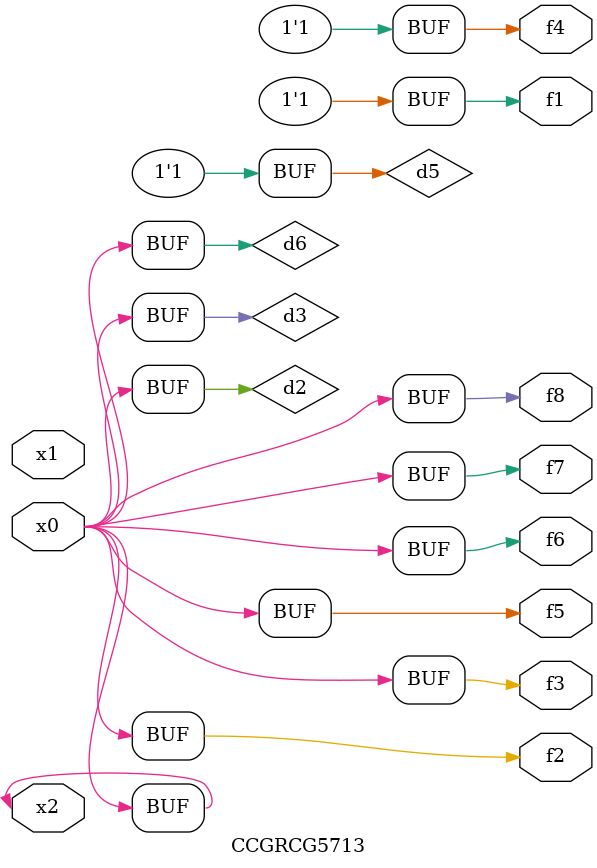
<source format=v>
module CCGRCG5713(
	input x0, x1, x2,
	output f1, f2, f3, f4, f5, f6, f7, f8
);

	wire d1, d2, d3, d4, d5, d6;

	xnor (d1, x2);
	buf (d2, x0, x2);
	and (d3, x0);
	xnor (d4, x1, x2);
	nand (d5, d1, d3);
	buf (d6, d2, d3);
	assign f1 = d5;
	assign f2 = d6;
	assign f3 = d6;
	assign f4 = d5;
	assign f5 = d6;
	assign f6 = d6;
	assign f7 = d6;
	assign f8 = d6;
endmodule

</source>
